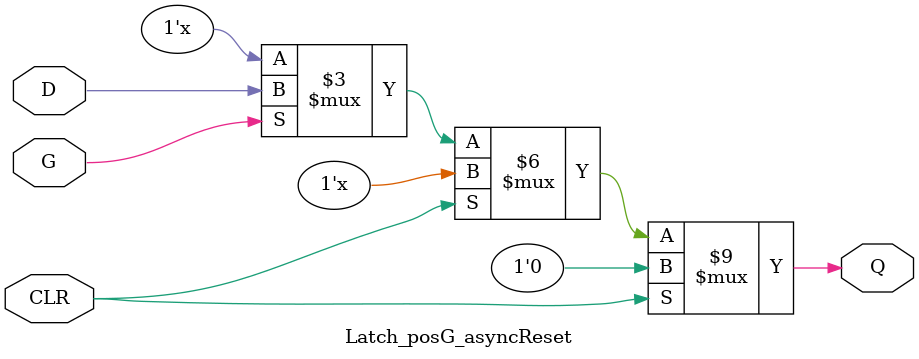
<source format=v>
`timescale 1ns / 1ps
module Latch_posG_asyncReset(
    input D,
    input G,
    input CLR,
    output reg Q
    );
	 
	 always @ (G or D or CLR) begin
		if (CLR)
			Q = 1'b0;
		else if (G)
			Q = D;
	 end

endmodule

</source>
